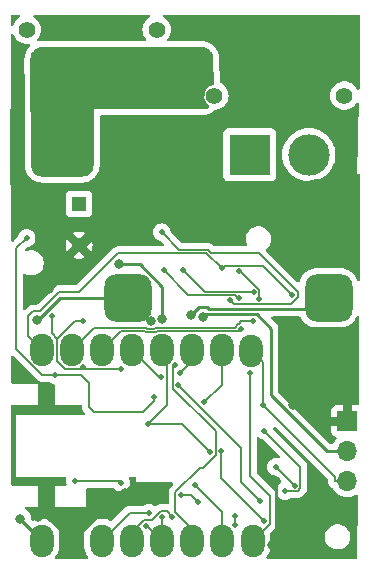
<source format=gbr>
%TF.GenerationSoftware,KiCad,Pcbnew,8.0.4*%
%TF.CreationDate,2025-02-11T21:16:31-05:00*%
%TF.ProjectId,DC_ESP32_Motor_Board_CAN,44435f45-5350-4333-925f-4d6f746f725f,rev?*%
%TF.SameCoordinates,Original*%
%TF.FileFunction,Copper,L2,Bot*%
%TF.FilePolarity,Positive*%
%FSLAX46Y46*%
G04 Gerber Fmt 4.6, Leading zero omitted, Abs format (unit mm)*
G04 Created by KiCad (PCBNEW 8.0.4) date 2025-02-11 21:16:31*
%MOMM*%
%LPD*%
G01*
G04 APERTURE LIST*
G04 Aperture macros list*
%AMRoundRect*
0 Rectangle with rounded corners*
0 $1 Rounding radius*
0 $2 $3 $4 $5 $6 $7 $8 $9 X,Y pos of 4 corners*
0 Add a 4 corners polygon primitive as box body*
4,1,4,$2,$3,$4,$5,$6,$7,$8,$9,$2,$3,0*
0 Add four circle primitives for the rounded corners*
1,1,$1+$1,$2,$3*
1,1,$1+$1,$4,$5*
1,1,$1+$1,$6,$7*
1,1,$1+$1,$8,$9*
0 Add four rect primitives between the rounded corners*
20,1,$1+$1,$2,$3,$4,$5,0*
20,1,$1+$1,$4,$5,$6,$7,0*
20,1,$1+$1,$6,$7,$8,$9,0*
20,1,$1+$1,$8,$9,$2,$3,0*%
G04 Aperture macros list end*
%TA.AperFunction,ComponentPad*%
%ADD10C,1.400000*%
%TD*%
%TA.AperFunction,ComponentPad*%
%ADD11R,3.500000X3.500000*%
%TD*%
%TA.AperFunction,ComponentPad*%
%ADD12C,3.500000*%
%TD*%
%TA.AperFunction,ComponentPad*%
%ADD13R,1.275000X1.275000*%
%TD*%
%TA.AperFunction,ComponentPad*%
%ADD14C,1.275000*%
%TD*%
%TA.AperFunction,ComponentPad*%
%ADD15R,1.700000X1.700000*%
%TD*%
%TA.AperFunction,ComponentPad*%
%ADD16O,1.700000X1.700000*%
%TD*%
%TA.AperFunction,ComponentPad*%
%ADD17C,3.600000*%
%TD*%
%TA.AperFunction,SMDPad,CuDef*%
%ADD18RoundRect,1.000000X1.000000X1.000000X-1.000000X1.000000X-1.000000X-1.000000X1.000000X-1.000000X0*%
%TD*%
%TA.AperFunction,SMDPad,CuDef*%
%ADD19RoundRect,1.000000X-0.000010X0.375000X-0.000010X-0.375000X0.000010X-0.375000X0.000010X0.375000X0*%
%TD*%
%TA.AperFunction,ViaPad*%
%ADD20C,0.500000*%
%TD*%
%TA.AperFunction,ViaPad*%
%ADD21C,0.800000*%
%TD*%
%TA.AperFunction,Conductor*%
%ADD22C,0.250000*%
%TD*%
%TA.AperFunction,Conductor*%
%ADD23C,0.150000*%
%TD*%
G04 APERTURE END LIST*
D10*
%TO.P,J4,*%
%TO.N,*%
X78916000Y-55626000D03*
X89916000Y-55626000D03*
D11*
%TO.P,J4,1,1*%
%TO.N,GND*%
X86916000Y-65626000D03*
D12*
%TO.P,J4,2,2*%
%TO.N,+24V*%
X81916000Y-65626000D03*
%TD*%
D13*
%TO.P,C1,1,+*%
%TO.N,+24V*%
X83337400Y-70383400D03*
D14*
%TO.P,C1,2,-*%
%TO.N,GND*%
X83337401Y-73883400D03*
%TD*%
D15*
%TO.P,J8,1,Pin_1*%
%TO.N,GND*%
X106045000Y-88773000D03*
D16*
%TO.P,J8,2,Pin_2*%
%TO.N,+5V*%
X106045000Y-91313000D03*
%TO.P,J8,3,Pin_3*%
%TO.N,GPIO_2*%
X106045000Y-93852999D03*
%TD*%
D17*
%TO.P,J7,1,1*%
%TO.N,GND*%
X92332600Y-65474400D03*
%TO.P,J7,2,2*%
%TO.N,+24V*%
X92332600Y-60474400D03*
%TD*%
D10*
%TO.P,J3,*%
%TO.N,*%
X94791000Y-61214000D03*
X105791000Y-61214000D03*
D11*
%TO.P,J3,1,1*%
%TO.N,/OUTA*%
X97791000Y-66214000D03*
D12*
%TO.P,J3,2,2*%
%TO.N,/OUTB*%
X102791000Y-66214000D03*
%TD*%
D18*
%TO.P,VR1,1,Out-*%
%TO.N,GND*%
X87579200Y-70332600D03*
%TO.P,VR1,2,Out+*%
%TO.N,+5V*%
X87452200Y-78333600D03*
%TO.P,VR1,3,In+*%
%TO.N,Net-(D2-K)*%
X104470200Y-78333600D03*
%TO.P,VR1,4,In-*%
%TO.N,GND*%
X104343200Y-70332600D03*
%TD*%
D19*
%TO.P,U1,1,A5_GPIO5_MISO*%
%TO.N,RSENSE*%
X80176401Y-82738900D03*
%TO.P,U1,2,GPIO6_MOSI*%
%TO.N,SEL*%
X82716400Y-82738901D03*
%TO.P,U1,3,GPIO7_SS*%
%TO.N,PWM*%
X85256401Y-82738900D03*
%TO.P,U1,4,GPIO8_SDA*%
%TO.N,SDA*%
X87796401Y-82738899D03*
%TO.P,U1,5,GPIO9_SCL*%
%TO.N,SCL*%
X90336400Y-82738900D03*
%TO.P,U1,6,GPIO10*%
%TO.N,INA*%
X92876400Y-82738901D03*
%TO.P,U1,7,GPIO20_RX*%
%TO.N,GPIO_1*%
X95416398Y-82738899D03*
%TO.P,U1,8,GPIO21_TX*%
%TO.N,GPIO_2*%
X97915400Y-82792900D03*
%TO.P,U1,9,A0_GPIO0*%
%TO.N,INB*%
X98042400Y-98921900D03*
%TO.P,U1,10,A1_GPIO1*%
%TO.N,CANTX*%
X95416401Y-98903901D03*
%TO.P,U1,11,A2_GPIO2*%
%TO.N,CANRX*%
X92876400Y-98903900D03*
%TO.P,U1,12,A3_GPIO3*%
%TO.N,GPIO_A*%
X90336402Y-98903900D03*
%TO.P,U1,13,A4_GPIO4*%
%TO.N,DipV*%
X87796398Y-98903900D03*
%TO.P,U1,14,3.3V*%
%TO.N,+3.3V*%
X85256400Y-98903900D03*
%TO.P,U1,15,GND*%
%TO.N,GND*%
X82716404Y-98903901D03*
%TO.P,U1,16,5V*%
%TO.N,+5V*%
X80176400Y-98903902D03*
%TD*%
D20*
%TO.N,GND*%
X83566000Y-76073000D03*
X77851000Y-68199000D03*
X106248200Y-74295000D03*
X80391000Y-73279000D03*
X81280000Y-74041000D03*
D21*
X87215700Y-94842900D03*
X99647912Y-99274000D03*
D20*
X82423000Y-76835000D03*
D21*
X79839800Y-96844400D03*
D20*
X81788000Y-75946000D03*
D21*
X80831300Y-77595700D03*
D20*
X81788000Y-76581000D03*
D21*
X100029000Y-93839000D03*
D20*
X83058000Y-76581000D03*
X104089200Y-96951800D03*
X81153000Y-73406000D03*
X81534000Y-75311000D03*
D21*
X100590700Y-82675500D03*
D20*
X84074000Y-75692000D03*
X104267000Y-95377000D03*
X101219000Y-96393000D03*
X81407000Y-74676000D03*
X106248200Y-73177400D03*
X106248200Y-72567800D03*
X105537000Y-95631000D03*
D21*
X106052500Y-82124600D03*
D20*
X106248200Y-73736200D03*
D21*
X101485200Y-87402000D03*
D20*
%TO.N,Net-(IC1-INA)*%
X90339400Y-72780500D03*
X96104600Y-78549100D03*
D21*
%TO.N,+24V*%
X90390000Y-80137000D03*
X86722253Y-75466053D03*
D20*
%TO.N,Net-(IC1-INB)*%
X96862800Y-78384200D03*
X90495400Y-75993900D03*
%TO.N,Net-(IC1-PWM)*%
X98112100Y-77860800D03*
X92151200Y-75992300D03*
D21*
%TO.N,+5V*%
X93853000Y-79958000D03*
X89400896Y-80314000D03*
X78350300Y-97023600D03*
X79756000Y-80195200D03*
D20*
%TO.N,Net-(IC1-SEL0)*%
X98594000Y-78407100D03*
X96862800Y-76058500D03*
%TO.N,RSENSE*%
X101398200Y-78052900D03*
X95422000Y-75844100D03*
%TO.N,CANH*%
X81026000Y-79883000D03*
X83700300Y-80324100D03*
X86855300Y-84323000D03*
X83715200Y-84226800D03*
%TO.N,CANL*%
X78898100Y-73247400D03*
X81287000Y-84848800D03*
X89728500Y-86753300D03*
%TO.N,CANTX*%
X93139800Y-94215700D03*
%TO.N,+3.3V*%
X89233838Y-96513000D03*
%TO.N,CANRX*%
X91474400Y-84019400D03*
%TO.N,DipV*%
X91252700Y-96880900D03*
X100787700Y-94676300D03*
X96528300Y-96774800D03*
X96508900Y-97577700D03*
X99039700Y-89563300D03*
%TO.N,INA*%
X91876700Y-84695200D03*
%TO.N,INB*%
X97790200Y-84697900D03*
%TO.N,PWM*%
X97025700Y-81003800D03*
%TO.N,SEL*%
X98089700Y-80325800D03*
%TO.N,Net-(R11-Pad1)*%
X100032300Y-92623300D03*
X101613200Y-94223800D03*
%TO.N,GPIO_1*%
X93428800Y-95645100D03*
X91963900Y-95019500D03*
X93940300Y-87145600D03*
%TO.N,GPIO_A*%
X90355882Y-96919200D03*
X89027000Y-97663000D03*
%TO.N,SDA*%
X91742900Y-85742200D03*
X98698100Y-95531400D03*
X90289100Y-85041700D03*
%TO.N,SCL*%
X95365800Y-91331700D03*
X89162300Y-88992400D03*
X94462300Y-91391800D03*
X98991600Y-97199700D03*
%TO.N,GPIO_2*%
X98910200Y-87402000D03*
%TO.N,/SDA5*%
X82995600Y-93841900D03*
X86879400Y-93966300D03*
D21*
%TO.N,Net-(D2-K)*%
X92817057Y-79763057D03*
%TD*%
D22*
%TO.N,GND*%
X81534000Y-75686800D02*
X81788000Y-75946000D01*
X105501600Y-82675500D02*
X100590700Y-82675500D01*
X80831300Y-76389500D02*
X80831300Y-77595700D01*
X83824800Y-73883400D02*
X83337400Y-73883400D01*
X86777400Y-94842900D02*
X82716400Y-98903900D01*
X106045000Y-88773000D02*
X102856200Y-88773000D01*
X87375600Y-66085600D02*
X86916000Y-65626000D01*
X106052500Y-82124600D02*
X105501600Y-82675500D01*
X80656900Y-96844400D02*
X82716400Y-98903900D01*
X87215700Y-94842900D02*
X86777400Y-94842900D01*
X81534000Y-75311000D02*
X81534000Y-75686800D01*
X91721400Y-66085600D02*
X87375600Y-66085600D01*
X104343200Y-68793700D02*
X104343200Y-70332600D01*
X102856200Y-88773000D02*
X101485200Y-87402000D01*
X81788000Y-75946000D02*
X80831300Y-76389500D01*
X87579200Y-68412700D02*
X87579200Y-70332600D01*
X87375600Y-70332600D02*
X87375600Y-66085600D01*
X104693700Y-68443200D02*
X104343200Y-68793700D01*
X87375600Y-70332600D02*
X83824800Y-73883400D01*
X83337400Y-73883400D02*
X81909800Y-75311000D01*
X92332600Y-65474400D02*
X91721400Y-66085600D01*
X81909800Y-75311000D02*
X81534000Y-75311000D01*
X79839800Y-96844400D02*
X80656900Y-96844400D01*
X100029000Y-93839000D02*
X100029000Y-98892912D01*
X100029000Y-98892912D02*
X99647912Y-99274000D01*
D23*
%TO.N,Net-(IC1-INA)*%
X98583100Y-74528000D02*
X94494809Y-74528000D01*
X101311800Y-78867500D02*
X101895900Y-78283400D01*
X101895900Y-78283400D02*
X101895900Y-77840800D01*
X96423000Y-78867500D02*
X98382648Y-78867500D01*
X98382648Y-78867500D02*
X98397248Y-78882100D01*
X98397248Y-78882100D02*
X98790752Y-78882100D01*
X96104600Y-78549100D02*
X96423000Y-78867500D01*
X94240809Y-74274000D02*
X91832900Y-74274000D01*
X98790752Y-78882100D02*
X98805352Y-78867500D01*
X94494809Y-74528000D02*
X94240809Y-74274000D01*
X91832900Y-74274000D02*
X90339400Y-72780500D01*
X101895900Y-77840800D02*
X98583100Y-74528000D01*
X98805352Y-78867500D02*
X101311800Y-78867500D01*
D22*
%TO.N,+24V*%
X90390000Y-77390274D02*
X88465779Y-75466053D01*
X90390000Y-80137000D02*
X90390000Y-77390274D01*
X88465779Y-75466053D02*
X86722253Y-75466053D01*
D23*
%TO.N,Net-(IC1-INB)*%
X92598900Y-78097400D02*
X90495400Y-75993900D01*
X96862800Y-78384200D02*
X96576000Y-78097400D01*
X96576000Y-78097400D02*
X92598900Y-78097400D01*
%TO.N,Net-(IC1-PWM)*%
X98072000Y-77820700D02*
X98112100Y-77860800D01*
X93979600Y-77820700D02*
X98072000Y-77820700D01*
X92151200Y-75992300D02*
X93979600Y-77820700D01*
D22*
%TO.N,+5V*%
X93853000Y-79958000D02*
X94073200Y-79737800D01*
X98385500Y-79737800D02*
X99596300Y-80948600D01*
X99596300Y-86588200D02*
X104321100Y-91313000D01*
X89400896Y-80282296D02*
X87452200Y-78333600D01*
X87452200Y-78333600D02*
X81734781Y-78333600D01*
X99596300Y-80948600D02*
X99596300Y-86588200D01*
X80176400Y-98903900D02*
X78350300Y-97077800D01*
X89400896Y-80314000D02*
X89400896Y-80282296D01*
X81734781Y-78333600D02*
X79873181Y-80195200D01*
X94073200Y-79737800D02*
X98385500Y-79737800D01*
X104321100Y-91313000D02*
X106045000Y-91313000D01*
X78350300Y-97077800D02*
X78350300Y-97023600D01*
X79873181Y-80195200D02*
X79756000Y-80195200D01*
D23*
%TO.N,Net-(IC1-SEL0)*%
X96862800Y-76058500D02*
X96971000Y-76058500D01*
X98594000Y-77681500D02*
X98594000Y-78407100D01*
X96971000Y-76058500D02*
X98594000Y-77681500D01*
%TO.N,RSENSE*%
X101398200Y-78052900D02*
X98952100Y-75606800D01*
X95659300Y-75606800D02*
X95422000Y-75844100D01*
X98952100Y-75606800D02*
X95659300Y-75606800D01*
X80176400Y-82738900D02*
X79031000Y-81593500D01*
X79031000Y-81593500D02*
X79031000Y-79894895D01*
X86614000Y-74549000D02*
X94126900Y-74549000D01*
X94126900Y-74549000D02*
X95422000Y-75844100D01*
X83312000Y-77851000D02*
X86614000Y-74549000D01*
X79031000Y-79894895D02*
X79455695Y-79470200D01*
X79455695Y-79470200D02*
X80032495Y-79470200D01*
X81651695Y-77851000D02*
X83312000Y-77851000D01*
X80032495Y-79470200D02*
X81651695Y-77851000D01*
%TO.N,CANH*%
X81510900Y-83675600D02*
X82158300Y-84323000D01*
X83016800Y-80324100D02*
X81510900Y-81830000D01*
X81026000Y-81345100D02*
X81026000Y-79883000D01*
X83715200Y-84323000D02*
X86855300Y-84323000D01*
X82158300Y-84323000D02*
X83715200Y-84323000D01*
X81510900Y-81830000D02*
X81026000Y-81345100D01*
X83700300Y-80324100D02*
X83016800Y-80324100D01*
X83715200Y-84323000D02*
X83715200Y-84226800D01*
X81510900Y-81830000D02*
X81510900Y-83675600D01*
%TO.N,CANL*%
X83496400Y-84848800D02*
X84147100Y-85499500D01*
X78898100Y-73247400D02*
X78032900Y-74112600D01*
X81287000Y-84848800D02*
X83496400Y-84848800D01*
X84618000Y-88011100D02*
X88765400Y-88011100D01*
X88765400Y-88011100D02*
X89728500Y-87048000D01*
X78032900Y-74112600D02*
X78032900Y-82688400D01*
X78032900Y-82688400D02*
X80193300Y-84848800D01*
X84147100Y-87540200D02*
X84618000Y-88011100D01*
X89728500Y-87048000D02*
X89728500Y-86753300D01*
X80193300Y-84848800D02*
X81287000Y-84848800D01*
X84147100Y-85499500D02*
X84147100Y-87540200D01*
%TO.N,CANTX*%
X95416400Y-96492300D02*
X95416400Y-98903900D01*
X93139800Y-94215700D02*
X95416400Y-96492300D01*
%TO.N,+3.3V*%
X85256400Y-98903900D02*
X87647300Y-96513000D01*
X87647300Y-96513000D02*
X89233838Y-96513000D01*
%TO.N,CANRX*%
X94914100Y-89630600D02*
X91291200Y-86007700D01*
X91291200Y-84202600D02*
X91474400Y-84019400D01*
X92876400Y-98903900D02*
X92876400Y-97865700D01*
X91495500Y-96484800D02*
X91495500Y-94782900D01*
X91291200Y-86007700D02*
X91291200Y-84202600D01*
X93564900Y-92713500D02*
X93839500Y-92713500D01*
X93839500Y-92713500D02*
X94914100Y-91638900D01*
X91495500Y-94782900D02*
X93564900Y-92713500D01*
X92876400Y-97865700D02*
X91495500Y-96484800D01*
X94914100Y-91638900D02*
X94914100Y-89630600D01*
%TO.N,DipV*%
X90766000Y-96394200D02*
X91252700Y-96880900D01*
X102090400Y-94465700D02*
X102090400Y-92614000D01*
X89498860Y-97138000D02*
X90242660Y-96394200D01*
X87796400Y-98903900D02*
X87796400Y-98151137D01*
X101879800Y-94676300D02*
X102090400Y-94465700D01*
X96508900Y-97577700D02*
X96528300Y-97558300D01*
X87796400Y-98151137D02*
X88809537Y-97138000D01*
X88809537Y-97138000D02*
X89498860Y-97138000D01*
X90242660Y-96394200D02*
X90766000Y-96394200D01*
X100787700Y-94676300D02*
X101879800Y-94676300D01*
X96528300Y-97558300D02*
X96528300Y-96774800D01*
X102090400Y-92614000D02*
X99039700Y-89563300D01*
%TO.N,INA*%
X91876700Y-84695200D02*
X92876400Y-83695500D01*
X92876400Y-83695500D02*
X92876400Y-82738900D01*
%TO.N,INB*%
X99466600Y-95074900D02*
X99466600Y-97497700D01*
X97790200Y-93398500D02*
X99466600Y-95074900D01*
X97790200Y-84697900D02*
X97790200Y-93398500D01*
X99466600Y-97497700D02*
X98042400Y-98921900D01*
%TO.N,PWM*%
X88857587Y-81127800D02*
X88993786Y-81264000D01*
X86867500Y-81127800D02*
X88857587Y-81127800D01*
X96901700Y-81127800D02*
X97025700Y-81003800D01*
X88993786Y-81264000D02*
X89822214Y-81264000D01*
X89958414Y-81127800D02*
X96901700Y-81127800D01*
X85256400Y-82738900D02*
X86867500Y-81127800D01*
X89822214Y-81264000D02*
X89958414Y-81127800D01*
%TO.N,SEL*%
X98089700Y-80325800D02*
X97065000Y-80325800D01*
X89846205Y-80851100D02*
X89708305Y-80989000D01*
X96506648Y-80851100D02*
X89846205Y-80851100D01*
X89107695Y-80989000D02*
X88969795Y-80851100D01*
X96828948Y-80528800D02*
X96506648Y-80851100D01*
X96862000Y-80528800D02*
X96828948Y-80528800D01*
X88969795Y-80851100D02*
X84604200Y-80851100D01*
X84604200Y-80851100D02*
X82716400Y-82738900D01*
X89708305Y-80989000D02*
X89107695Y-80989000D01*
X97065000Y-80325800D02*
X96862000Y-80528800D01*
%TO.N,Net-(R11-Pad1)*%
X100032300Y-92642900D02*
X100032300Y-92623300D01*
X101613200Y-94223800D02*
X100032300Y-92642900D01*
%TO.N,GPIO_1*%
X95416400Y-82738900D02*
X95416400Y-85669500D01*
X95416400Y-85669500D02*
X93940300Y-87145600D01*
X93428800Y-95645100D02*
X92803200Y-95019500D01*
X92803200Y-95019500D02*
X91963900Y-95019500D01*
%TO.N,GPIO_A*%
X90336400Y-98903900D02*
X90336400Y-96938682D01*
X90336402Y-98903900D02*
X89095502Y-97663000D01*
X90336400Y-96938682D02*
X90355882Y-96919200D01*
X89095502Y-97663000D02*
X89027000Y-97663000D01*
%TO.N,SDA*%
X87796400Y-82738900D02*
X90099200Y-85041700D01*
X90099200Y-85041700D02*
X90289100Y-85041700D01*
X97059500Y-93892800D02*
X98698100Y-95531400D01*
X91742900Y-85742200D02*
X97059500Y-91058800D01*
X97059500Y-91058800D02*
X97059500Y-93892800D01*
%TO.N,SCL*%
X89162300Y-88992400D02*
X92062900Y-88992400D01*
X89162300Y-88992400D02*
X90779000Y-87375700D01*
X90779000Y-83181500D02*
X90336400Y-82738900D01*
X92062900Y-88992400D02*
X94462300Y-91391800D01*
X95365800Y-91331700D02*
X95365800Y-93573900D01*
X90779000Y-87375700D02*
X90779000Y-83181500D01*
X95365800Y-93573900D02*
X98991600Y-97199700D01*
%TO.N,GPIO_2*%
X104993300Y-93485100D02*
X98910200Y-87402000D01*
X104993300Y-93853000D02*
X104993300Y-93485100D01*
X106045000Y-93853000D02*
X104993300Y-93853000D01*
X98910200Y-83787700D02*
X98910200Y-87402000D01*
X97915400Y-82792900D02*
X98910200Y-83787700D01*
%TO.N,/SDA5*%
X82995600Y-93841900D02*
X86755000Y-93841900D01*
X86755000Y-93841900D02*
X86879400Y-93966300D01*
D22*
%TO.N,Net-(D2-K)*%
X92817057Y-79763057D02*
X93508222Y-79071892D01*
X94156108Y-79071892D02*
X94366316Y-79282100D01*
X93508222Y-79071892D02*
X94156108Y-79071892D01*
X94366316Y-79282100D02*
X103521700Y-79282100D01*
X103521700Y-79282100D02*
X104470200Y-78333600D01*
%TD*%
%TA.AperFunction,Conductor*%
%TO.N,GND*%
G36*
X107105639Y-54375685D02*
G01*
X107151394Y-54428489D01*
X107162600Y-54480000D01*
X107162600Y-57954686D01*
X107162551Y-57958184D01*
X107087953Y-60601730D01*
X107066385Y-60668187D01*
X107012311Y-60712435D01*
X106942900Y-60720423D01*
X106880188Y-60689617D01*
X106853002Y-60653503D01*
X106816063Y-60579320D01*
X106816056Y-60579308D01*
X106681979Y-60401761D01*
X106517562Y-60251876D01*
X106517560Y-60251874D01*
X106328404Y-60134754D01*
X106328398Y-60134752D01*
X106328388Y-60134748D01*
X106120940Y-60054382D01*
X105902243Y-60013500D01*
X105679757Y-60013500D01*
X105461060Y-60054382D01*
X105345472Y-60099161D01*
X105253601Y-60134752D01*
X105253595Y-60134754D01*
X105064439Y-60251874D01*
X105064437Y-60251876D01*
X104900020Y-60401761D01*
X104765943Y-60579308D01*
X104765938Y-60579316D01*
X104666775Y-60778461D01*
X104666769Y-60778476D01*
X104605885Y-60992462D01*
X104605884Y-60992464D01*
X104585357Y-61213999D01*
X104585357Y-61214000D01*
X104605884Y-61435535D01*
X104605885Y-61435537D01*
X104666769Y-61649523D01*
X104666775Y-61649538D01*
X104765938Y-61848683D01*
X104765943Y-61848691D01*
X104900020Y-62026238D01*
X105064437Y-62176123D01*
X105064439Y-62176125D01*
X105253595Y-62293245D01*
X105253596Y-62293245D01*
X105253599Y-62293247D01*
X105461060Y-62373618D01*
X105679757Y-62414500D01*
X105679759Y-62414500D01*
X105902241Y-62414500D01*
X105902243Y-62414500D01*
X106120940Y-62373618D01*
X106328401Y-62293247D01*
X106517562Y-62176124D01*
X106681981Y-62026236D01*
X106816058Y-61848689D01*
X106816155Y-61848493D01*
X106816226Y-61848417D01*
X106819077Y-61843813D01*
X106819976Y-61844370D01*
X106863649Y-61797252D01*
X106931309Y-61779820D01*
X106997653Y-61801736D01*
X107041616Y-61856041D01*
X107051113Y-61907249D01*
X106989055Y-64106452D01*
X106857800Y-68757800D01*
X77596266Y-68783134D01*
X77596265Y-68783134D01*
X77596266Y-68783133D01*
X77559904Y-68746774D01*
X77561871Y-68744805D01*
X77532264Y-68710690D01*
X77521018Y-68658877D01*
X77543170Y-56076492D01*
X77562973Y-56009491D01*
X77615857Y-55963829D01*
X77685033Y-55954007D01*
X77748538Y-55983144D01*
X77786208Y-56041989D01*
X77786435Y-56042776D01*
X77791769Y-56061522D01*
X77791775Y-56061538D01*
X77890938Y-56260683D01*
X77890943Y-56260691D01*
X78025020Y-56438238D01*
X78189437Y-56588123D01*
X78189439Y-56588125D01*
X78378595Y-56705245D01*
X78378596Y-56705245D01*
X78378599Y-56705247D01*
X78586060Y-56785618D01*
X78804757Y-56826500D01*
X78804759Y-56826500D01*
X79027242Y-56826500D01*
X79027243Y-56826500D01*
X79041619Y-56823812D01*
X79055436Y-56821230D01*
X79124951Y-56828260D01*
X79179630Y-56871757D01*
X79202113Y-56937911D01*
X79185261Y-57005718D01*
X79166007Y-57030694D01*
X79158735Y-57037983D01*
X79151380Y-57045355D01*
X79118080Y-57082189D01*
X79118079Y-57082191D01*
X79009227Y-57215180D01*
X79009197Y-57215218D01*
X78979674Y-57255139D01*
X78979664Y-57255153D01*
X78979664Y-57255154D01*
X78966174Y-57275408D01*
X78966168Y-57275417D01*
X78966164Y-57275424D01*
X78966147Y-57275450D01*
X78940713Y-57318034D01*
X78859927Y-57469751D01*
X78838764Y-57514691D01*
X78829499Y-57537170D01*
X78829488Y-57537198D01*
X78812850Y-57583967D01*
X78812843Y-57583988D01*
X78763259Y-57748553D01*
X78763257Y-57748562D01*
X78751279Y-57796782D01*
X78751275Y-57796799D01*
X78751275Y-57796802D01*
X78746584Y-57820632D01*
X78746583Y-57820639D01*
X78739393Y-57869819D01*
X78739393Y-57869820D01*
X78723017Y-58039880D01*
X78723017Y-58039884D01*
X78722334Y-58046967D01*
X78721506Y-58058535D01*
X78720560Y-58071748D01*
X78720068Y-58082219D01*
X78719988Y-58083938D01*
X78719435Y-58108756D01*
X78719435Y-58108776D01*
X78719435Y-58108779D01*
X78725409Y-60689617D01*
X78740177Y-67069443D01*
X78740844Y-67094244D01*
X78741468Y-67106349D01*
X78743342Y-67131000D01*
X78760920Y-67305583D01*
X78760921Y-67305587D01*
X78761122Y-67307593D01*
X78768489Y-67356547D01*
X78773273Y-67380350D01*
X78773275Y-67380358D01*
X78785403Y-67428380D01*
X78834779Y-67590058D01*
X78834778Y-67590058D01*
X78834782Y-67590069D01*
X78835463Y-67592301D01*
X78852225Y-67638875D01*
X78860560Y-67658902D01*
X78861553Y-67661286D01*
X78881724Y-67703752D01*
X78882803Y-67706022D01*
X78882809Y-67706034D01*
X78963813Y-67857006D01*
X78963829Y-67857033D01*
X78989340Y-67899451D01*
X78989354Y-67899472D01*
X79002855Y-67919617D01*
X79002861Y-67919625D01*
X79032431Y-67959382D01*
X79140207Y-68090359D01*
X79141329Y-68091722D01*
X79174610Y-68128352D01*
X79174628Y-68128371D01*
X79190583Y-68144288D01*
X79191809Y-68145511D01*
X79228546Y-68178734D01*
X79361119Y-68287309D01*
X79374170Y-68296969D01*
X79400918Y-68316768D01*
X79400976Y-68316809D01*
X79417106Y-68327565D01*
X79421139Y-68330254D01*
X79463633Y-68355677D01*
X79614809Y-68436342D01*
X79659595Y-68457489D01*
X79682025Y-68466765D01*
X79728679Y-68483432D01*
X79728690Y-68483435D01*
X79728706Y-68483441D01*
X79892656Y-68533097D01*
X79892710Y-68533112D01*
X79940710Y-68545117D01*
X79940715Y-68545118D01*
X79940723Y-68545120D01*
X79964531Y-68549849D01*
X80013540Y-68557108D01*
X80190163Y-68574478D01*
X80214884Y-68576299D01*
X80214900Y-68576299D01*
X80214903Y-68576300D01*
X80216825Y-68576394D01*
X80227020Y-68576894D01*
X80251774Y-68577500D01*
X80251777Y-68577500D01*
X83575890Y-68577500D01*
X83575907Y-68577500D01*
X83600707Y-68576891D01*
X83612861Y-68576294D01*
X83637610Y-68574469D01*
X83814483Y-68557048D01*
X83863547Y-68549770D01*
X83887388Y-68545028D01*
X83935513Y-68532974D01*
X84099736Y-68483158D01*
X84146455Y-68466441D01*
X84168913Y-68457138D01*
X84213747Y-68435932D01*
X84365089Y-68355038D01*
X84407635Y-68329537D01*
X84427847Y-68316032D01*
X84467696Y-68286479D01*
X84600352Y-68177611D01*
X84637108Y-68144296D01*
X84637109Y-68144295D01*
X84637117Y-68144288D01*
X84654288Y-68127117D01*
X84654295Y-68127109D01*
X84686369Y-68091722D01*
X84687611Y-68090352D01*
X84796479Y-67957696D01*
X84826032Y-67917847D01*
X84839537Y-67897635D01*
X84865038Y-67855089D01*
X84945932Y-67703747D01*
X84967138Y-67658913D01*
X84976441Y-67636455D01*
X84993158Y-67589736D01*
X85042974Y-67425513D01*
X85055028Y-67377388D01*
X85059770Y-67353547D01*
X85067048Y-67304483D01*
X85084469Y-67127610D01*
X85086294Y-67102861D01*
X85086891Y-67090707D01*
X85087500Y-67065907D01*
X85087500Y-64416135D01*
X95540500Y-64416135D01*
X95540500Y-68011870D01*
X95540501Y-68011876D01*
X95546908Y-68071483D01*
X95597202Y-68206328D01*
X95597206Y-68206335D01*
X95683452Y-68321544D01*
X95683455Y-68321547D01*
X95798664Y-68407793D01*
X95798671Y-68407797D01*
X95933517Y-68458091D01*
X95933516Y-68458091D01*
X95940444Y-68458835D01*
X95993127Y-68464500D01*
X99588872Y-68464499D01*
X99648483Y-68458091D01*
X99783331Y-68407796D01*
X99898546Y-68321546D01*
X99984796Y-68206331D01*
X100035091Y-68071483D01*
X100041500Y-68011873D01*
X100041499Y-66213992D01*
X100535671Y-66213992D01*
X100535671Y-66214007D01*
X100554964Y-66508363D01*
X100554965Y-66508373D01*
X100554966Y-66508380D01*
X100554968Y-66508390D01*
X100612518Y-66797716D01*
X100612521Y-66797730D01*
X100707349Y-67077080D01*
X100837825Y-67341660D01*
X100837829Y-67341667D01*
X101001725Y-67586955D01*
X101196241Y-67808758D01*
X101418044Y-68003274D01*
X101605237Y-68128352D01*
X101663335Y-68167172D01*
X101927923Y-68297652D01*
X102207278Y-68392481D01*
X102496620Y-68450034D01*
X102524888Y-68451886D01*
X102790993Y-68469329D01*
X102791000Y-68469329D01*
X102791007Y-68469329D01*
X103026675Y-68453881D01*
X103085380Y-68450034D01*
X103374722Y-68392481D01*
X103654077Y-68297652D01*
X103918665Y-68167172D01*
X104163957Y-68003273D01*
X104385758Y-67808758D01*
X104580273Y-67586957D01*
X104744172Y-67341665D01*
X104874652Y-67077077D01*
X104969481Y-66797722D01*
X105027034Y-66508380D01*
X105046329Y-66214000D01*
X105046329Y-66213992D01*
X105027035Y-65919636D01*
X105027034Y-65919620D01*
X104969481Y-65630278D01*
X104874652Y-65350923D01*
X104744172Y-65086336D01*
X104580273Y-64841043D01*
X104537655Y-64792447D01*
X104385758Y-64619241D01*
X104163955Y-64424725D01*
X103918667Y-64260829D01*
X103918660Y-64260825D01*
X103654080Y-64130349D01*
X103374730Y-64035521D01*
X103374724Y-64035519D01*
X103374722Y-64035519D01*
X103085380Y-63977966D01*
X103085373Y-63977965D01*
X103085363Y-63977964D01*
X102791007Y-63958671D01*
X102790993Y-63958671D01*
X102496636Y-63977964D01*
X102496624Y-63977965D01*
X102496620Y-63977966D01*
X102496612Y-63977967D01*
X102496609Y-63977968D01*
X102207283Y-64035518D01*
X102207269Y-64035521D01*
X101927919Y-64130349D01*
X101663334Y-64260828D01*
X101418041Y-64424728D01*
X101196241Y-64619241D01*
X101001728Y-64841041D01*
X100837828Y-65086334D01*
X100707349Y-65350919D01*
X100612521Y-65630269D01*
X100612518Y-65630283D01*
X100554968Y-65919609D01*
X100554964Y-65919636D01*
X100535671Y-66213992D01*
X100041499Y-66213992D01*
X100041499Y-64416128D01*
X100035091Y-64356517D01*
X99999401Y-64260828D01*
X99984797Y-64221671D01*
X99984793Y-64221664D01*
X99898547Y-64106455D01*
X99898544Y-64106452D01*
X99783335Y-64020206D01*
X99783328Y-64020202D01*
X99648482Y-63969908D01*
X99648483Y-63969908D01*
X99588883Y-63963501D01*
X99588881Y-63963500D01*
X99588873Y-63963500D01*
X99588864Y-63963500D01*
X95993129Y-63963500D01*
X95993123Y-63963501D01*
X95933516Y-63969908D01*
X95798671Y-64020202D01*
X95798664Y-64020206D01*
X95683455Y-64106452D01*
X95683452Y-64106455D01*
X95597206Y-64221664D01*
X95597202Y-64221671D01*
X95546908Y-64356517D01*
X95540501Y-64416116D01*
X95540501Y-64416123D01*
X95540500Y-64416135D01*
X85087500Y-64416135D01*
X85087500Y-63011900D01*
X85107185Y-62944861D01*
X85159989Y-62899106D01*
X85211500Y-62887900D01*
X93731091Y-62887900D01*
X93748993Y-62887458D01*
X93755963Y-62887287D01*
X93768154Y-62886686D01*
X93792964Y-62884850D01*
X93970368Y-62867323D01*
X94019581Y-62860000D01*
X94043492Y-62855229D01*
X94091754Y-62843102D01*
X94256430Y-62792986D01*
X94256445Y-62792980D01*
X94256456Y-62792977D01*
X94278199Y-62785170D01*
X94303267Y-62776171D01*
X94325782Y-62766813D01*
X94370731Y-62745480D01*
X94522415Y-62664110D01*
X94565045Y-62638463D01*
X94585295Y-62624880D01*
X94625213Y-62595154D01*
X94651250Y-62573694D01*
X94672284Y-62555359D01*
X94682341Y-62546092D01*
X94702308Y-62526650D01*
X94746651Y-62465615D01*
X94801980Y-62422949D01*
X94846970Y-62414500D01*
X94902241Y-62414500D01*
X94902243Y-62414500D01*
X95120940Y-62373618D01*
X95328401Y-62293247D01*
X95517562Y-62176124D01*
X95681981Y-62026236D01*
X95816058Y-61848689D01*
X95915229Y-61649528D01*
X95976115Y-61435536D01*
X95996643Y-61214000D01*
X95976115Y-60992464D01*
X95915229Y-60778472D01*
X95886324Y-60720423D01*
X95816061Y-60579316D01*
X95816056Y-60579308D01*
X95681979Y-60401761D01*
X95517562Y-60251876D01*
X95517560Y-60251874D01*
X95328404Y-60134754D01*
X95328392Y-60134748D01*
X95315324Y-60129686D01*
X95259923Y-60087112D01*
X95236333Y-60021345D01*
X95236120Y-60014685D01*
X95226908Y-58098033D01*
X95226184Y-58073298D01*
X95225532Y-58061183D01*
X95223599Y-58036531D01*
X95205436Y-57860277D01*
X95205434Y-57860264D01*
X95205433Y-57860254D01*
X95197967Y-57811395D01*
X95197965Y-57811381D01*
X95193137Y-57787634D01*
X95183181Y-57748562D01*
X95180930Y-57739727D01*
X95130628Y-57576204D01*
X95130624Y-57576193D01*
X95113788Y-57529689D01*
X95104433Y-57507333D01*
X95104425Y-57507316D01*
X95083136Y-57462704D01*
X95002006Y-57312121D01*
X95002002Y-57312115D01*
X95001990Y-57312092D01*
X94976437Y-57269762D01*
X94962913Y-57249652D01*
X94933332Y-57210002D01*
X94824435Y-57078041D01*
X94824428Y-57078033D01*
X94824422Y-57078026D01*
X94791147Y-57041500D01*
X94773964Y-57024399D01*
X94773963Y-57024398D01*
X94737241Y-56991265D01*
X94671950Y-56937911D01*
X94604776Y-56883018D01*
X94604756Y-56883002D01*
X94564976Y-56853621D01*
X94564977Y-56853621D01*
X94564968Y-56853615D01*
X94544800Y-56840192D01*
X94513046Y-56821230D01*
X94502357Y-56814847D01*
X94502353Y-56814844D01*
X94485987Y-56806128D01*
X94485987Y-56806127D01*
X94391036Y-56755558D01*
X94351331Y-56734412D01*
X94351324Y-56734408D01*
X94351319Y-56734406D01*
X94306582Y-56713321D01*
X94306575Y-56713319D01*
X94304309Y-56712383D01*
X94284198Y-56704082D01*
X94237620Y-56687472D01*
X94237614Y-56687470D01*
X94237608Y-56687468D01*
X94073886Y-56637965D01*
X94073851Y-56637955D01*
X94025881Y-56625976D01*
X94025868Y-56625973D01*
X94002119Y-56621264D01*
X93953196Y-56614029D01*
X93953191Y-56614028D01*
X93953181Y-56614027D01*
X93776830Y-56596712D01*
X93776819Y-56596711D01*
X93776807Y-56596710D01*
X93752150Y-56594896D01*
X93740026Y-56594303D01*
X93715921Y-56593714D01*
X93715318Y-56593700D01*
X93715317Y-56593700D01*
X90938606Y-56593700D01*
X90871567Y-56574015D01*
X90825812Y-56521211D01*
X90815868Y-56452053D01*
X90839652Y-56394974D01*
X90941052Y-56260697D01*
X90941056Y-56260691D01*
X90941058Y-56260689D01*
X91040229Y-56061528D01*
X91101115Y-55847536D01*
X91121643Y-55626000D01*
X91101115Y-55404464D01*
X91040229Y-55190472D01*
X91040224Y-55190461D01*
X90941061Y-54991316D01*
X90941056Y-54991308D01*
X90806979Y-54813761D01*
X90642562Y-54663876D01*
X90642560Y-54663874D01*
X90515862Y-54585427D01*
X90469226Y-54533400D01*
X90458122Y-54464418D01*
X90486075Y-54400383D01*
X90544210Y-54361627D01*
X90581139Y-54356000D01*
X107038600Y-54356000D01*
X107105639Y-54375685D01*
G37*
%TD.AperFunction*%
%TD*%
%TA.AperFunction,NonConductor*%
G36*
X78317900Y-54375685D02*
G01*
X78363655Y-54428489D01*
X78373599Y-54497647D01*
X78344574Y-54561203D01*
X78316138Y-54585427D01*
X78189439Y-54663874D01*
X78189437Y-54663876D01*
X78025020Y-54813761D01*
X77890943Y-54991308D01*
X77890938Y-54991316D01*
X77791775Y-55190461D01*
X77791771Y-55190472D01*
X77788032Y-55203613D01*
X77750750Y-55262704D01*
X77687439Y-55292259D01*
X77618200Y-55282894D01*
X77565015Y-55237582D01*
X77544771Y-55170709D01*
X77544767Y-55169628D01*
X77545982Y-54479781D01*
X77565785Y-54412777D01*
X77618669Y-54367115D01*
X77669982Y-54356000D01*
X78250861Y-54356000D01*
X78317900Y-54375685D01*
G37*
%TD.AperFunction*%
%TA.AperFunction,NonConductor*%
G36*
X89317900Y-54375685D02*
G01*
X89363655Y-54428489D01*
X89373599Y-54497647D01*
X89344574Y-54561203D01*
X89316138Y-54585427D01*
X89189439Y-54663874D01*
X89189437Y-54663876D01*
X89025020Y-54813761D01*
X88890943Y-54991308D01*
X88890938Y-54991316D01*
X88791775Y-55190461D01*
X88791769Y-55190476D01*
X88730885Y-55404462D01*
X88730884Y-55404464D01*
X88710357Y-55625999D01*
X88710357Y-55626000D01*
X88730884Y-55847535D01*
X88730885Y-55847537D01*
X88791769Y-56061523D01*
X88791775Y-56061538D01*
X88890938Y-56260683D01*
X88890947Y-56260697D01*
X88992348Y-56394974D01*
X89017040Y-56460335D01*
X89002475Y-56528669D01*
X88953277Y-56578282D01*
X88893394Y-56593700D01*
X80231016Y-56593700D01*
X80215398Y-56594083D01*
X80206201Y-56594309D01*
X80194012Y-56594908D01*
X80169235Y-56596737D01*
X79992105Y-56614209D01*
X79942966Y-56621509D01*
X79942963Y-56621509D01*
X79939480Y-56622203D01*
X79869888Y-56615980D01*
X79814708Y-56573121D01*
X79791458Y-56507233D01*
X79807521Y-56439235D01*
X79816319Y-56425869D01*
X79941058Y-56260689D01*
X80040229Y-56061528D01*
X80101115Y-55847536D01*
X80121643Y-55626000D01*
X80101115Y-55404464D01*
X80040229Y-55190472D01*
X80040224Y-55190461D01*
X79941061Y-54991316D01*
X79941056Y-54991308D01*
X79806979Y-54813761D01*
X79642562Y-54663876D01*
X79642560Y-54663874D01*
X79515862Y-54585427D01*
X79469226Y-54533400D01*
X79458122Y-54464418D01*
X79486075Y-54400383D01*
X79544210Y-54361627D01*
X79581139Y-54356000D01*
X89250861Y-54356000D01*
X89317900Y-54375685D01*
G37*
%TD.AperFunction*%
%TA.AperFunction,Conductor*%
%TO.N,GND*%
G36*
X77790186Y-83260002D02*
G01*
X77796591Y-83265971D01*
X79732785Y-85202165D01*
X79839935Y-85309315D01*
X79906527Y-85347762D01*
X79919952Y-85355513D01*
X79962644Y-85400287D01*
X79978918Y-85394218D01*
X80019851Y-85398126D01*
X80117534Y-85424300D01*
X80756550Y-85424300D01*
X80822522Y-85443306D01*
X80959310Y-85529256D01*
X81118941Y-85585113D01*
X81168284Y-85590672D01*
X81232696Y-85617737D01*
X81272252Y-85675331D01*
X81278400Y-85713892D01*
X81278400Y-87364899D01*
X83447600Y-87364899D01*
X83514639Y-87384584D01*
X83560394Y-87437388D01*
X83571600Y-87488899D01*
X83571600Y-87615966D01*
X83571778Y-87616631D01*
X83610819Y-87762336D01*
X83641583Y-87815620D01*
X83686585Y-87893565D01*
X83686586Y-87893566D01*
X83686587Y-87893567D01*
X83835238Y-88042218D01*
X83868723Y-88103541D01*
X83863739Y-88173233D01*
X83821867Y-88229166D01*
X83756403Y-88253583D01*
X83747557Y-88253899D01*
X77976401Y-88253900D01*
X77976400Y-88253901D01*
X77976399Y-93460900D01*
X82159036Y-93460900D01*
X82226075Y-93480585D01*
X82271830Y-93533389D01*
X82281774Y-93602547D01*
X82276078Y-93625855D01*
X82259285Y-93673843D01*
X82240351Y-93841897D01*
X82240351Y-93841902D01*
X82259285Y-94009956D01*
X82276078Y-94057945D01*
X82279639Y-94127724D01*
X82244910Y-94188352D01*
X82182917Y-94220579D01*
X82159036Y-94222900D01*
X81278401Y-94222900D01*
X81278401Y-96000899D01*
X81278401Y-96000900D01*
X83945401Y-96000898D01*
X83945400Y-94541399D01*
X83965085Y-94474361D01*
X84017888Y-94428606D01*
X84069400Y-94417400D01*
X86217771Y-94417400D01*
X86284810Y-94437085D01*
X86305452Y-94453719D01*
X86408509Y-94556776D01*
X86408515Y-94556781D01*
X86551702Y-94646752D01*
X86551705Y-94646754D01*
X86551709Y-94646755D01*
X86551710Y-94646756D01*
X86588768Y-94659723D01*
X86711343Y-94702614D01*
X86879397Y-94721549D01*
X86879400Y-94721549D01*
X86879403Y-94721549D01*
X87047456Y-94702614D01*
X87047459Y-94702613D01*
X87207090Y-94646756D01*
X87207092Y-94646754D01*
X87207094Y-94646754D01*
X87207097Y-94646752D01*
X87350284Y-94556781D01*
X87350285Y-94556780D01*
X87350290Y-94556777D01*
X87469877Y-94437190D01*
X87469943Y-94437085D01*
X87559852Y-94293997D01*
X87559854Y-94293994D01*
X87559854Y-94293992D01*
X87559856Y-94293990D01*
X87615713Y-94134359D01*
X87615713Y-94134358D01*
X87615714Y-94134356D01*
X87634649Y-93966302D01*
X87634649Y-93966297D01*
X87615714Y-93798243D01*
X87578416Y-93691652D01*
X87559856Y-93638610D01*
X87559855Y-93638608D01*
X87557556Y-93632038D01*
X87558736Y-93631624D01*
X87548547Y-93569767D01*
X87576266Y-93505631D01*
X87634259Y-93466662D01*
X87671617Y-93460900D01*
X88012402Y-93460900D01*
X88079439Y-93480585D01*
X88125194Y-93533389D01*
X88136400Y-93584900D01*
X88136400Y-93959900D01*
X91205258Y-93959900D01*
X91272297Y-93979585D01*
X91318052Y-94032389D01*
X91327996Y-94101547D01*
X91298971Y-94165103D01*
X91292939Y-94171581D01*
X91034987Y-94429532D01*
X91034985Y-94429535D01*
X90959219Y-94560763D01*
X90920000Y-94707134D01*
X90920000Y-95694700D01*
X90900315Y-95761739D01*
X90847511Y-95807494D01*
X90796000Y-95818700D01*
X90166893Y-95818700D01*
X90020523Y-95857919D01*
X89889295Y-95933685D01*
X89882849Y-95938632D01*
X89881838Y-95937314D01*
X89828937Y-95966194D01*
X89759246Y-95961202D01*
X89714911Y-95932706D01*
X89704728Y-95922523D01*
X89704722Y-95922518D01*
X89561535Y-95832547D01*
X89561532Y-95832545D01*
X89401894Y-95776685D01*
X89233841Y-95757751D01*
X89233835Y-95757751D01*
X89065781Y-95776685D01*
X88906145Y-95832545D01*
X88769360Y-95918494D01*
X88703388Y-95937500D01*
X87571533Y-95937500D01*
X87439830Y-95972788D01*
X87439831Y-95972789D01*
X87425164Y-95976719D01*
X87293935Y-96052485D01*
X87293932Y-96052487D01*
X87186783Y-96159637D01*
X86144141Y-97202278D01*
X86082818Y-97235763D01*
X86013126Y-97230779D01*
X85992987Y-97221120D01*
X85917672Y-97176243D01*
X85686025Y-97085853D01*
X85686015Y-97085850D01*
X85442638Y-97034819D01*
X85442635Y-97034818D01*
X85339250Y-97028400D01*
X85339242Y-97028400D01*
X85173558Y-97028400D01*
X85173549Y-97028400D01*
X85070164Y-97034818D01*
X85070161Y-97034819D01*
X84826784Y-97085850D01*
X84826774Y-97085853D01*
X84595130Y-97176242D01*
X84381497Y-97303539D01*
X84191750Y-97464248D01*
X84191748Y-97464250D01*
X84031039Y-97653997D01*
X83903742Y-97867630D01*
X83813353Y-98099274D01*
X83813350Y-98099284D01*
X83762319Y-98342661D01*
X83762318Y-98342664D01*
X83755900Y-98446049D01*
X83755900Y-99361750D01*
X83762318Y-99465135D01*
X83762319Y-99465138D01*
X83813350Y-99708515D01*
X83813353Y-99708525D01*
X83903742Y-99940169D01*
X83903744Y-99940173D01*
X84031034Y-100153794D01*
X84031035Y-100153795D01*
X84031037Y-100153798D01*
X84088715Y-100221898D01*
X84117021Y-100285777D01*
X84106298Y-100354819D01*
X84059951Y-100407104D01*
X83994199Y-100426039D01*
X81436941Y-100428252D01*
X81369885Y-100408625D01*
X81324084Y-100355861D01*
X81314081Y-100286711D01*
X81342211Y-100224111D01*
X81401766Y-100153796D01*
X81529056Y-99940175D01*
X81619447Y-99708525D01*
X81619446Y-99708523D01*
X81619450Y-99708516D01*
X81670481Y-99465139D01*
X81676900Y-99361744D01*
X81676900Y-98446060D01*
X81670481Y-98342665D01*
X81619450Y-98099288D01*
X81619448Y-98099283D01*
X81619446Y-98099276D01*
X81535734Y-97884744D01*
X81529056Y-97867629D01*
X81401766Y-97654008D01*
X81401763Y-97654005D01*
X81401760Y-97653999D01*
X81241051Y-97464252D01*
X81241049Y-97464250D01*
X81051302Y-97303541D01*
X81051292Y-97303535D01*
X80837673Y-97176246D01*
X80837671Y-97176245D01*
X80837669Y-97176244D01*
X80606025Y-97085855D01*
X80606015Y-97085852D01*
X80362638Y-97034821D01*
X80362635Y-97034820D01*
X80259250Y-97028402D01*
X80259242Y-97028402D01*
X80093558Y-97028402D01*
X80093549Y-97028402D01*
X79990164Y-97034820D01*
X79990161Y-97034821D01*
X79746784Y-97085852D01*
X79746774Y-97085855D01*
X79515135Y-97176242D01*
X79515132Y-97176243D01*
X79484120Y-97194722D01*
X79416452Y-97212126D01*
X79350118Y-97190184D01*
X79332968Y-97175878D01*
X79290442Y-97133352D01*
X79256957Y-97072029D01*
X79254803Y-97032707D01*
X79255760Y-97023603D01*
X79255760Y-97023602D01*
X79255760Y-97023600D01*
X79235974Y-96835344D01*
X79177479Y-96655316D01*
X79082833Y-96491384D01*
X78956171Y-96350712D01*
X78921544Y-96325554D01*
X78803034Y-96239451D01*
X78803024Y-96239445D01*
X78800166Y-96238173D01*
X78798782Y-96236997D01*
X78797407Y-96236203D01*
X78797552Y-96235951D01*
X78746931Y-96192920D01*
X78726614Y-96126070D01*
X78745663Y-96058847D01*
X78798032Y-96012595D01*
X78850602Y-96000898D01*
X79881399Y-96000897D01*
X79881397Y-94222900D01*
X77700536Y-94222900D01*
X77633497Y-94203215D01*
X77587742Y-94150411D01*
X77576536Y-94098803D01*
X77577319Y-93094184D01*
X77581687Y-87488799D01*
X77601424Y-87421779D01*
X77654263Y-87376066D01*
X77705686Y-87364900D01*
X79881401Y-87364901D01*
X79881401Y-85586901D01*
X79881401Y-85582956D01*
X79857952Y-85586900D01*
X77707266Y-85586898D01*
X77640226Y-85567213D01*
X77594472Y-85514409D01*
X77583267Y-85462805D01*
X77584911Y-83353551D01*
X77604647Y-83286531D01*
X77657486Y-83240818D01*
X77726653Y-83230928D01*
X77790186Y-83260002D01*
G37*
%TD.AperFunction*%
%TA.AperFunction,Conductor*%
G36*
X99969297Y-89277924D02*
G01*
X99986777Y-89292457D01*
X104381481Y-93687161D01*
X104414966Y-93748484D01*
X104417800Y-93774842D01*
X104417800Y-93928765D01*
X104457019Y-94075136D01*
X104487381Y-94127724D01*
X104532785Y-94206365D01*
X104639935Y-94313515D01*
X104771165Y-94389281D01*
X104778204Y-94393345D01*
X104777158Y-94395155D01*
X104822902Y-94432017D01*
X104833428Y-94450332D01*
X104870966Y-94530831D01*
X104940091Y-94629551D01*
X105006505Y-94724400D01*
X105173599Y-94891494D01*
X105270384Y-94959264D01*
X105367165Y-95027031D01*
X105367167Y-95027032D01*
X105367170Y-95027034D01*
X105581337Y-95126902D01*
X105581343Y-95126903D01*
X105581344Y-95126904D01*
X105618333Y-95136815D01*
X105809592Y-95188062D01*
X105988880Y-95203748D01*
X106044999Y-95208658D01*
X106045000Y-95208658D01*
X106045001Y-95208658D01*
X106101120Y-95203748D01*
X106280408Y-95188062D01*
X106508663Y-95126902D01*
X106722830Y-95027034D01*
X106758972Y-95001726D01*
X106825175Y-94979399D01*
X106892943Y-94996408D01*
X106940757Y-95047355D01*
X106954090Y-95104365D01*
X106909653Y-100283370D01*
X106889394Y-100350238D01*
X106836200Y-100395538D01*
X106785765Y-100406306D01*
X99331306Y-100412760D01*
X99264250Y-100393133D01*
X99218449Y-100340369D01*
X99208446Y-100271219D01*
X99236577Y-100208618D01*
X99267766Y-100171794D01*
X99395056Y-99958173D01*
X99485450Y-99726514D01*
X99536481Y-99483137D01*
X99542900Y-99379742D01*
X99542900Y-98664884D01*
X104160993Y-98664884D01*
X104202013Y-98871100D01*
X104202016Y-98871110D01*
X104282475Y-99065358D01*
X104282482Y-99065371D01*
X104399295Y-99240192D01*
X104399298Y-99240196D01*
X104547971Y-99388869D01*
X104547975Y-99388872D01*
X104722796Y-99505685D01*
X104722809Y-99505692D01*
X104917057Y-99586151D01*
X104917062Y-99586153D01*
X104917066Y-99586153D01*
X104917067Y-99586154D01*
X105123283Y-99627174D01*
X105333550Y-99627174D01*
X105333552Y-99627174D01*
X105472290Y-99599576D01*
X105539774Y-99586153D01*
X105734033Y-99505689D01*
X105908861Y-99388872D01*
X106057540Y-99240193D01*
X106174357Y-99065365D01*
X106254821Y-98871106D01*
X106295842Y-98664882D01*
X106298418Y-98559750D01*
X106295842Y-98454618D01*
X106254821Y-98248394D01*
X106193059Y-98099286D01*
X106174360Y-98054141D01*
X106174353Y-98054128D01*
X106057540Y-97879307D01*
X106057537Y-97879303D01*
X105908864Y-97730630D01*
X105908860Y-97730627D01*
X105734039Y-97613814D01*
X105734026Y-97613807D01*
X105539778Y-97533348D01*
X105539768Y-97533345D01*
X105333552Y-97492326D01*
X105333550Y-97492326D01*
X105123286Y-97492326D01*
X105123284Y-97492326D01*
X104917067Y-97533345D01*
X104917057Y-97533348D01*
X104722809Y-97613807D01*
X104722796Y-97613814D01*
X104547975Y-97730627D01*
X104547971Y-97730630D01*
X104399298Y-97879303D01*
X104399295Y-97879307D01*
X104282482Y-98054128D01*
X104282475Y-98054141D01*
X104202016Y-98248389D01*
X104202013Y-98248399D01*
X104160994Y-98454615D01*
X104160994Y-98454618D01*
X104160994Y-98664882D01*
X104160994Y-98664884D01*
X104160993Y-98664884D01*
X99542900Y-98664884D01*
X99542900Y-98464058D01*
X99536481Y-98360663D01*
X99529631Y-98327994D01*
X99535139Y-98258344D01*
X99563308Y-98214870D01*
X99927115Y-97851065D01*
X100002881Y-97719835D01*
X100042100Y-97573466D01*
X100042100Y-97421933D01*
X100042100Y-95291429D01*
X100061785Y-95224390D01*
X100114589Y-95178635D01*
X100183747Y-95168691D01*
X100247303Y-95197716D01*
X100253781Y-95203748D01*
X100316809Y-95266776D01*
X100316815Y-95266781D01*
X100460002Y-95356752D01*
X100460005Y-95356754D01*
X100460009Y-95356755D01*
X100460010Y-95356756D01*
X100532613Y-95382160D01*
X100619643Y-95412614D01*
X100787697Y-95431549D01*
X100787700Y-95431549D01*
X100787703Y-95431549D01*
X100955756Y-95412614D01*
X100955759Y-95412613D01*
X101115390Y-95356756D01*
X101252178Y-95270806D01*
X101318150Y-95251800D01*
X101955564Y-95251800D01*
X101955566Y-95251800D01*
X102101935Y-95212581D01*
X102233165Y-95136815D01*
X102550914Y-94819066D01*
X102563444Y-94797365D01*
X102626681Y-94687835D01*
X102661206Y-94558985D01*
X102665900Y-94541467D01*
X102665900Y-94389934D01*
X102665900Y-92538234D01*
X102652181Y-92487035D01*
X102626681Y-92391865D01*
X102550915Y-92260635D01*
X102443765Y-92153485D01*
X99818184Y-89527904D01*
X99784699Y-89466581D01*
X99782647Y-89454124D01*
X99776013Y-89395241D01*
X99776012Y-89395239D01*
X99775875Y-89394020D01*
X99787931Y-89325198D01*
X99835281Y-89273819D01*
X99902892Y-89256196D01*
X99969297Y-89277924D01*
G37*
%TD.AperFunction*%
%TA.AperFunction,Conductor*%
G36*
X98562666Y-90150466D02*
G01*
X98562914Y-90150073D01*
X98565463Y-90151675D01*
X98567018Y-90152347D01*
X98568818Y-90153783D01*
X98712002Y-90243752D01*
X98712008Y-90243755D01*
X98712010Y-90243756D01*
X98871641Y-90299613D01*
X98930506Y-90306245D01*
X98994919Y-90333310D01*
X99004304Y-90341784D01*
X100353282Y-91690762D01*
X100386767Y-91752085D01*
X100381783Y-91821777D01*
X100339911Y-91877710D01*
X100274447Y-91902127D01*
X100224648Y-91895485D01*
X100200359Y-91886986D01*
X100032303Y-91868051D01*
X100032297Y-91868051D01*
X99864243Y-91886985D01*
X99704605Y-91942845D01*
X99704602Y-91942847D01*
X99561415Y-92032818D01*
X99561409Y-92032823D01*
X99441823Y-92152409D01*
X99441818Y-92152415D01*
X99351847Y-92295602D01*
X99351845Y-92295605D01*
X99295985Y-92455243D01*
X99277051Y-92623297D01*
X99277051Y-92623302D01*
X99295985Y-92791356D01*
X99351845Y-92950994D01*
X99351847Y-92950997D01*
X99441818Y-93094184D01*
X99441823Y-93094190D01*
X99561409Y-93213776D01*
X99561415Y-93213781D01*
X99704602Y-93303752D01*
X99704605Y-93303754D01*
X99704609Y-93303755D01*
X99704610Y-93303756D01*
X99766231Y-93325318D01*
X99864244Y-93359614D01*
X99901017Y-93363757D01*
X99965431Y-93390822D01*
X99974816Y-93399296D01*
X100242059Y-93666539D01*
X100418446Y-93842925D01*
X100451931Y-93904248D01*
X100446947Y-93973939D01*
X100405076Y-94029873D01*
X100396739Y-94035599D01*
X100316808Y-94085824D01*
X100197223Y-94205409D01*
X100197218Y-94205415D01*
X100107247Y-94348602D01*
X100107245Y-94348605D01*
X100051386Y-94508243D01*
X100046032Y-94555756D01*
X100018964Y-94620169D01*
X99961369Y-94659723D01*
X99891532Y-94661860D01*
X99835131Y-94629551D01*
X98402019Y-93196439D01*
X98368534Y-93135116D01*
X98365700Y-93108758D01*
X98365700Y-90249290D01*
X98385385Y-90182251D01*
X98438189Y-90136496D01*
X98507347Y-90126552D01*
X98562666Y-90150466D01*
G37*
%TD.AperFunction*%
%TA.AperFunction,Conductor*%
G36*
X107020871Y-79877067D02*
G01*
X107069529Y-79927209D01*
X107083811Y-79986058D01*
X107021055Y-87300064D01*
X107000796Y-87366932D01*
X106947602Y-87412232D01*
X106897060Y-87423000D01*
X106420000Y-87423000D01*
X106420000Y-88440894D01*
X106352007Y-88372901D01*
X106237993Y-88307075D01*
X106110826Y-88273000D01*
X105979174Y-88273000D01*
X105852007Y-88307075D01*
X105737993Y-88372901D01*
X105644901Y-88465993D01*
X105579075Y-88580007D01*
X105545000Y-88707174D01*
X105545000Y-88838826D01*
X105579075Y-88965993D01*
X105644901Y-89080007D01*
X105712894Y-89148000D01*
X104695000Y-89148000D01*
X104695000Y-89670844D01*
X104701401Y-89730372D01*
X104701403Y-89730379D01*
X104751645Y-89865086D01*
X104751649Y-89865093D01*
X104837809Y-89980187D01*
X104837812Y-89980190D01*
X104952906Y-90066350D01*
X104952913Y-90066354D01*
X105084470Y-90115421D01*
X105140403Y-90157292D01*
X105164821Y-90222756D01*
X105149970Y-90291029D01*
X105128819Y-90319284D01*
X105006503Y-90441600D01*
X104871348Y-90634623D01*
X104816771Y-90678248D01*
X104769773Y-90687500D01*
X104631552Y-90687500D01*
X104564513Y-90667815D01*
X104543871Y-90651181D01*
X101767845Y-87875155D01*
X104695000Y-87875155D01*
X104695000Y-88398000D01*
X105670000Y-88398000D01*
X105670000Y-87423000D01*
X105147155Y-87423000D01*
X105087627Y-87429401D01*
X105087620Y-87429403D01*
X104952913Y-87479645D01*
X104952906Y-87479649D01*
X104837812Y-87565809D01*
X104837809Y-87565812D01*
X104751649Y-87680906D01*
X104751645Y-87680913D01*
X104701403Y-87815620D01*
X104701401Y-87815627D01*
X104695000Y-87875155D01*
X101767845Y-87875155D01*
X100258119Y-86365429D01*
X100224634Y-86304106D01*
X100221800Y-86277748D01*
X100221800Y-80886996D01*
X100221799Y-80886991D01*
X100220843Y-80882187D01*
X100220845Y-80882163D01*
X100220839Y-80882165D01*
X100206463Y-80809888D01*
X100206463Y-80809887D01*
X100199852Y-80776650D01*
X100197763Y-80766148D01*
X100165600Y-80688500D01*
X100150612Y-80652315D01*
X100118707Y-80604567D01*
X100082158Y-80549867D01*
X100082156Y-80549864D01*
X99991937Y-80459645D01*
X99991906Y-80459616D01*
X99651571Y-80119281D01*
X99618086Y-80057958D01*
X99623070Y-79988266D01*
X99664942Y-79932333D01*
X99730406Y-79907916D01*
X99739252Y-79907600D01*
X101998769Y-79907600D01*
X102065808Y-79927285D01*
X102111563Y-79980089D01*
X102114283Y-79986517D01*
X102117544Y-79994873D01*
X102244834Y-80208494D01*
X102244839Y-80208502D01*
X102405548Y-80398249D01*
X102405550Y-80398251D01*
X102595297Y-80558960D01*
X102595303Y-80558963D01*
X102595306Y-80558966D01*
X102808927Y-80686256D01*
X102808930Y-80686257D01*
X103040574Y-80776646D01*
X103040581Y-80776648D01*
X103040586Y-80776650D01*
X103283963Y-80827681D01*
X103387358Y-80834100D01*
X103387369Y-80834100D01*
X105553031Y-80834100D01*
X105553042Y-80834100D01*
X105656437Y-80827681D01*
X105899814Y-80776650D01*
X105899821Y-80776646D01*
X105899825Y-80776646D01*
X105987743Y-80742340D01*
X106131473Y-80686256D01*
X106345094Y-80558966D01*
X106345098Y-80558961D01*
X106345102Y-80558960D01*
X106534849Y-80398251D01*
X106534851Y-80398249D01*
X106695560Y-80208502D01*
X106695561Y-80208498D01*
X106695566Y-80208494D01*
X106822856Y-79994873D01*
X106844299Y-79939917D01*
X106887005Y-79884622D01*
X106952829Y-79861191D01*
X107020871Y-79877067D01*
G37*
%TD.AperFunction*%
%TA.AperFunction,Conductor*%
G36*
X78963813Y-67857006D02*
G01*
X78963829Y-67857033D01*
X78989340Y-67899451D01*
X78989354Y-67899472D01*
X79002855Y-67919617D01*
X79002861Y-67919625D01*
X79032431Y-67959382D01*
X79140207Y-68090359D01*
X79141329Y-68091722D01*
X79174610Y-68128352D01*
X79174628Y-68128371D01*
X79190583Y-68144288D01*
X79191809Y-68145511D01*
X79228546Y-68178734D01*
X79361119Y-68287309D01*
X79374170Y-68296969D01*
X79400918Y-68316768D01*
X79400976Y-68316809D01*
X79417106Y-68327565D01*
X79421139Y-68330254D01*
X79463633Y-68355677D01*
X79614809Y-68436342D01*
X79659595Y-68457489D01*
X79682025Y-68466765D01*
X79728679Y-68483432D01*
X79728690Y-68483435D01*
X79728706Y-68483441D01*
X79892656Y-68533097D01*
X79892710Y-68533112D01*
X79940710Y-68545117D01*
X79940715Y-68545118D01*
X79940723Y-68545120D01*
X79964531Y-68549849D01*
X80013540Y-68557108D01*
X80190163Y-68574478D01*
X80214884Y-68576299D01*
X80214900Y-68576299D01*
X80214903Y-68576300D01*
X80216825Y-68576394D01*
X80227020Y-68576894D01*
X80251774Y-68577500D01*
X80251777Y-68577500D01*
X83575890Y-68577500D01*
X83575907Y-68577500D01*
X83600707Y-68576891D01*
X83612861Y-68576294D01*
X83637610Y-68574469D01*
X83814483Y-68557048D01*
X83863547Y-68549770D01*
X83887388Y-68545028D01*
X83935513Y-68532974D01*
X84099736Y-68483158D01*
X84146455Y-68466441D01*
X84168913Y-68457138D01*
X84213747Y-68435932D01*
X84365089Y-68355038D01*
X84407635Y-68329537D01*
X84427847Y-68316032D01*
X84467696Y-68286479D01*
X84600352Y-68177611D01*
X84637108Y-68144296D01*
X84637109Y-68144295D01*
X84637117Y-68144288D01*
X84654288Y-68127117D01*
X84654295Y-68127109D01*
X84686369Y-68091722D01*
X84687611Y-68090352D01*
X84796479Y-67957696D01*
X84826032Y-67917847D01*
X84839537Y-67897635D01*
X84865038Y-67855089D01*
X84871286Y-67843400D01*
X95540501Y-67843400D01*
X95540501Y-68011876D01*
X95546908Y-68071483D01*
X95597202Y-68206328D01*
X95597206Y-68206335D01*
X95683452Y-68321544D01*
X95683455Y-68321547D01*
X95798664Y-68407793D01*
X95798671Y-68407797D01*
X95933517Y-68458091D01*
X95933516Y-68458091D01*
X95940444Y-68458835D01*
X95993127Y-68464500D01*
X99588872Y-68464499D01*
X99648483Y-68458091D01*
X99783331Y-68407796D01*
X99898546Y-68321546D01*
X99984796Y-68206331D01*
X100035091Y-68071483D01*
X100041500Y-68011873D01*
X100041500Y-67843400D01*
X101235743Y-67843400D01*
X101418044Y-68003274D01*
X101605237Y-68128352D01*
X101663335Y-68167172D01*
X101927923Y-68297652D01*
X102207278Y-68392481D01*
X102496620Y-68450034D01*
X102524888Y-68451886D01*
X102790993Y-68469329D01*
X102791000Y-68469329D01*
X102791007Y-68469329D01*
X103026675Y-68453881D01*
X103085380Y-68450034D01*
X103374722Y-68392481D01*
X103654077Y-68297652D01*
X103918665Y-68167172D01*
X104163957Y-68003273D01*
X104346257Y-67843400D01*
X106883603Y-67843400D01*
X107038600Y-67843400D01*
X107105639Y-67863085D01*
X107151394Y-67915889D01*
X107162600Y-67967400D01*
X107162600Y-70803172D01*
X107162595Y-70804236D01*
X107111541Y-76754333D01*
X107091282Y-76821201D01*
X107038088Y-76866501D01*
X106968847Y-76875851D01*
X106905542Y-76846282D01*
X106872029Y-76798344D01*
X106822857Y-76672330D01*
X106822856Y-76672327D01*
X106695566Y-76458706D01*
X106695563Y-76458703D01*
X106695560Y-76458697D01*
X106534851Y-76268950D01*
X106534849Y-76268948D01*
X106345102Y-76108239D01*
X106345094Y-76108234D01*
X106131473Y-75980944D01*
X106131471Y-75980943D01*
X106131469Y-75980942D01*
X105899825Y-75890553D01*
X105899815Y-75890550D01*
X105656438Y-75839519D01*
X105656435Y-75839518D01*
X105553050Y-75833100D01*
X105553042Y-75833100D01*
X103387358Y-75833100D01*
X103387349Y-75833100D01*
X103283964Y-75839518D01*
X103283961Y-75839519D01*
X103040584Y-75890550D01*
X103040574Y-75890553D01*
X102808930Y-75980942D01*
X102595297Y-76108239D01*
X102405550Y-76268948D01*
X102405548Y-76268950D01*
X102244839Y-76458697D01*
X102117542Y-76672330D01*
X102025285Y-76908764D01*
X102023312Y-76907994D01*
X101990176Y-76959081D01*
X101926499Y-76987838D01*
X101857383Y-76977603D01*
X101821688Y-76952708D01*
X99205654Y-74336674D01*
X99172169Y-74275351D01*
X99177153Y-74205659D01*
X99205654Y-74161312D01*
X99356719Y-74010246D01*
X99356722Y-74010243D01*
X99473539Y-73835415D01*
X99554003Y-73641156D01*
X99595024Y-73434932D01*
X99597600Y-73329800D01*
X99595024Y-73224668D01*
X99554003Y-73018444D01*
X99513105Y-72919707D01*
X99473542Y-72824191D01*
X99473535Y-72824178D01*
X99356722Y-72649357D01*
X99356719Y-72649353D01*
X99208046Y-72500680D01*
X99208042Y-72500677D01*
X99033221Y-72383864D01*
X99033208Y-72383857D01*
X98838960Y-72303398D01*
X98838950Y-72303395D01*
X98632734Y-72262376D01*
X98632732Y-72262376D01*
X98422468Y-72262376D01*
X98422466Y-72262376D01*
X98216249Y-72303395D01*
X98216239Y-72303398D01*
X98021991Y-72383857D01*
X98021978Y-72383864D01*
X97847157Y-72500677D01*
X97847153Y-72500680D01*
X97698480Y-72649353D01*
X97698477Y-72649357D01*
X97581664Y-72824178D01*
X97581657Y-72824191D01*
X97501198Y-73018439D01*
X97501195Y-73018449D01*
X97460176Y-73224665D01*
X97460176Y-73224668D01*
X97460176Y-73434932D01*
X97460176Y-73434934D01*
X97460175Y-73434934D01*
X97501195Y-73641150D01*
X97501198Y-73641160D01*
X97559141Y-73781048D01*
X97566610Y-73850517D01*
X97535334Y-73912996D01*
X97475245Y-73948648D01*
X97444580Y-73952500D01*
X94784551Y-73952500D01*
X94717512Y-73932815D01*
X94696870Y-73916181D01*
X94594176Y-73813487D01*
X94594174Y-73813485D01*
X94528559Y-73775602D01*
X94462945Y-73737719D01*
X94389759Y-73718109D01*
X94316575Y-73698500D01*
X94316574Y-73698500D01*
X92122642Y-73698500D01*
X92055603Y-73678815D01*
X92034961Y-73662181D01*
X91117884Y-72745104D01*
X91084399Y-72683781D01*
X91082346Y-72671321D01*
X91075713Y-72612441D01*
X91019856Y-72452810D01*
X91019853Y-72452805D01*
X91019852Y-72452802D01*
X90929881Y-72309615D01*
X90929876Y-72309609D01*
X90810290Y-72190023D01*
X90810284Y-72190018D01*
X90667097Y-72100047D01*
X90667094Y-72100045D01*
X90507456Y-72044185D01*
X90339403Y-72025251D01*
X90339397Y-72025251D01*
X90171343Y-72044185D01*
X90011705Y-72100045D01*
X90011702Y-72100047D01*
X89868515Y-72190018D01*
X89868509Y-72190023D01*
X89748923Y-72309609D01*
X89748918Y-72309615D01*
X89658947Y-72452802D01*
X89658945Y-72452805D01*
X89603085Y-72612443D01*
X89584151Y-72780497D01*
X89584151Y-72780502D01*
X89603085Y-72948556D01*
X89658945Y-73108194D01*
X89658947Y-73108197D01*
X89748918Y-73251384D01*
X89748923Y-73251390D01*
X89868509Y-73370976D01*
X89868515Y-73370981D01*
X90011702Y-73460952D01*
X90011708Y-73460955D01*
X90011710Y-73460956D01*
X90171341Y-73516813D01*
X90230206Y-73523445D01*
X90294619Y-73550510D01*
X90304004Y-73558984D01*
X90506839Y-73761819D01*
X90540324Y-73823142D01*
X90535340Y-73892834D01*
X90493468Y-73948767D01*
X90428004Y-73973184D01*
X90419158Y-73973500D01*
X86538233Y-73973500D01*
X86429447Y-74002648D01*
X86429447Y-74002649D01*
X86391865Y-74012719D01*
X86391863Y-74012719D01*
X86391863Y-74012720D01*
X86260635Y-74088485D01*
X86260632Y-74088487D01*
X83109939Y-77239181D01*
X83048616Y-77272666D01*
X83022258Y-77275500D01*
X81575929Y-77275500D01*
X81429558Y-77314719D01*
X81377060Y-77345029D01*
X81350811Y-77360185D01*
X81298333Y-77390483D01*
X81298327Y-77390487D01*
X79830434Y-78858381D01*
X79769111Y-78891866D01*
X79742753Y-78894700D01*
X79379928Y-78894700D01*
X79283711Y-78920480D01*
X79283712Y-78920481D01*
X79233560Y-78933919D01*
X79233558Y-78933919D01*
X79233558Y-78933920D01*
X79102330Y-79009685D01*
X79102327Y-79009687D01*
X78820081Y-79291934D01*
X78758758Y-79325419D01*
X78689066Y-79320435D01*
X78633133Y-79278563D01*
X78608716Y-79213099D01*
X78608400Y-79204253D01*
X78608400Y-76414119D01*
X78628085Y-76347080D01*
X78680889Y-76301325D01*
X78750047Y-76291381D01*
X78789995Y-76306763D01*
X78791010Y-76304866D01*
X78796391Y-76307742D01*
X78985784Y-76386190D01*
X78990644Y-76388203D01*
X78990648Y-76388203D01*
X78990649Y-76388204D01*
X79196865Y-76429224D01*
X79407132Y-76429224D01*
X79407134Y-76429224D01*
X79584308Y-76393981D01*
X79613356Y-76388203D01*
X79781505Y-76318554D01*
X79807608Y-76307742D01*
X79807608Y-76307741D01*
X79807615Y-76307739D01*
X79982443Y-76190922D01*
X80131122Y-76042243D01*
X80247939Y-75867415D01*
X80328403Y-75673156D01*
X80369424Y-75466932D01*
X80372000Y-75361800D01*
X80369424Y-75256668D01*
X80328403Y-75050444D01*
X80270534Y-74910734D01*
X80270534Y-74910733D01*
X82840395Y-74910733D01*
X82840396Y-74910734D01*
X83024771Y-74982162D01*
X83231998Y-75020900D01*
X83442804Y-75020900D01*
X83650030Y-74982162D01*
X83834404Y-74910734D01*
X83834405Y-74910733D01*
X83337402Y-74413730D01*
X83337401Y-74413730D01*
X82840395Y-74910733D01*
X80270534Y-74910733D01*
X80247942Y-74856191D01*
X80247935Y-74856178D01*
X80131122Y-74681357D01*
X80131119Y-74681353D01*
X79982446Y-74532680D01*
X79982442Y-74532677D01*
X79807621Y-74415864D01*
X79807608Y-74415857D01*
X79613360Y-74335398D01*
X79613350Y-74335395D01*
X79407134Y-74294376D01*
X79407132Y-74294376D01*
X79196868Y-74294376D01*
X79196866Y-74294376D01*
X78990649Y-74335395D01*
X78990639Y-74335398D01*
X78940647Y-74356105D01*
X78871178Y-74363572D01*
X78808699Y-74332296D01*
X78773048Y-74272206D01*
X78775543Y-74202381D01*
X78805513Y-74153865D01*
X78933496Y-74025882D01*
X78994817Y-73992399D01*
X79007273Y-73990347D01*
X79066159Y-73983713D01*
X79225790Y-73927856D01*
X79225793Y-73927853D01*
X79225797Y-73927852D01*
X79296543Y-73883399D01*
X82195028Y-73883399D01*
X82195028Y-73883400D01*
X82214478Y-74093309D01*
X82214479Y-74093312D01*
X82272165Y-74296061D01*
X82272173Y-74296081D01*
X82312800Y-74377670D01*
X82807071Y-73883400D01*
X82807071Y-73883399D01*
X82751120Y-73827448D01*
X82912401Y-73827448D01*
X82912401Y-73939352D01*
X82941364Y-74047444D01*
X82997317Y-74144356D01*
X83076445Y-74223484D01*
X83173357Y-74279437D01*
X83281449Y-74308400D01*
X83393353Y-74308400D01*
X83501445Y-74279437D01*
X83598357Y-74223484D01*
X83677485Y-74144356D01*
X83733438Y-74047444D01*
X83762401Y-73939352D01*
X83762401Y-73883399D01*
X83867731Y-73883399D01*
X83867731Y-73883400D01*
X84362000Y-74377669D01*
X84402630Y-74296074D01*
X84402633Y-74296068D01*
X84460322Y-74093311D01*
X84460323Y-74093309D01*
X84479774Y-73883400D01*
X84479774Y-73883399D01*
X84460323Y-73673490D01*
X84460322Y-73673487D01*
X84402634Y-73470731D01*
X84402631Y-73470725D01*
X84362001Y-73389128D01*
X83867731Y-73883399D01*
X83762401Y-73883399D01*
X83762401Y-73827448D01*
X83733438Y-73719356D01*
X83677485Y-73622444D01*
X83598357Y-73543316D01*
X83501445Y-73487363D01*
X83393353Y-73458400D01*
X83281449Y-73458400D01*
X83173357Y-73487363D01*
X83076445Y-73543316D01*
X82997317Y-73622444D01*
X82941364Y-73719356D01*
X82912401Y-73827448D01*
X82751120Y-73827448D01*
X82312800Y-73389128D01*
X82272172Y-73470722D01*
X82272165Y-73470738D01*
X82214479Y-73673487D01*
X82214478Y-73673490D01*
X82195028Y-73883399D01*
X79296543Y-73883399D01*
X79368984Y-73837881D01*
X79368985Y-73837880D01*
X79368990Y-73837877D01*
X79488577Y-73718290D01*
X79530177Y-73652085D01*
X79578552Y-73575097D01*
X79578554Y-73575094D01*
X79578554Y-73575092D01*
X79578556Y-73575090D01*
X79634413Y-73415459D01*
X79634413Y-73415458D01*
X79634414Y-73415456D01*
X79653349Y-73247402D01*
X79653349Y-73247397D01*
X79634414Y-73079343D01*
X79603960Y-72992313D01*
X79578556Y-72919710D01*
X79578555Y-72919709D01*
X79578554Y-72919705D01*
X79578552Y-72919702D01*
X79538566Y-72856065D01*
X82840395Y-72856065D01*
X83337401Y-73353070D01*
X83337402Y-73353070D01*
X83834405Y-72856065D01*
X83650023Y-72784636D01*
X83442804Y-72745900D01*
X83231998Y-72745900D01*
X83024773Y-72784637D01*
X82840395Y-72856065D01*
X79538566Y-72856065D01*
X79488581Y-72776515D01*
X79488576Y-72776509D01*
X79368990Y-72656923D01*
X79368984Y-72656918D01*
X79225797Y-72566947D01*
X79225794Y-72566945D01*
X79066156Y-72511085D01*
X78898103Y-72492151D01*
X78898097Y-72492151D01*
X78730043Y-72511085D01*
X78570405Y-72566945D01*
X78570402Y-72566947D01*
X78427215Y-72656918D01*
X78427209Y-72656923D01*
X78307623Y-72776509D01*
X78307618Y-72776515D01*
X78217647Y-72919702D01*
X78217644Y-72919707D01*
X78161785Y-73079346D01*
X78155153Y-73138208D01*
X78128086Y-73202622D01*
X78119614Y-73212004D01*
X77804318Y-73527301D01*
X77742995Y-73560786D01*
X77673304Y-73555802D01*
X77617370Y-73513931D01*
X77592953Y-73448466D01*
X77592638Y-73439557D01*
X77595554Y-69698035D01*
X82199400Y-69698035D01*
X82199400Y-71068770D01*
X82199401Y-71068776D01*
X82205808Y-71128383D01*
X82256102Y-71263228D01*
X82256106Y-71263235D01*
X82342352Y-71378444D01*
X82342355Y-71378447D01*
X82457564Y-71464693D01*
X82457571Y-71464697D01*
X82592417Y-71514991D01*
X82592416Y-71514991D01*
X82599344Y-71515735D01*
X82652027Y-71521400D01*
X84022772Y-71521399D01*
X84082383Y-71514991D01*
X84217231Y-71464696D01*
X84332446Y-71378446D01*
X84418696Y-71263231D01*
X84468991Y-71128383D01*
X84475400Y-71068773D01*
X84475399Y-69698028D01*
X84468991Y-69638417D01*
X84418696Y-69503569D01*
X84418695Y-69503568D01*
X84418693Y-69503564D01*
X84332447Y-69388355D01*
X84332444Y-69388352D01*
X84217235Y-69302106D01*
X84217228Y-69302102D01*
X84082382Y-69251808D01*
X84082383Y-69251808D01*
X84022783Y-69245401D01*
X84022781Y-69245400D01*
X84022773Y-69245400D01*
X84022764Y-69245400D01*
X82652029Y-69245400D01*
X82652023Y-69245401D01*
X82592416Y-69251808D01*
X82457571Y-69302102D01*
X82457564Y-69302106D01*
X82342355Y-69388352D01*
X82342352Y-69388355D01*
X82256106Y-69503564D01*
X82256102Y-69503571D01*
X82205808Y-69638417D01*
X82199401Y-69698016D01*
X82199401Y-69698023D01*
X82199400Y-69698035D01*
X77595554Y-69698035D01*
X77597000Y-67843400D01*
X78956513Y-67843400D01*
X78963813Y-67857006D01*
G37*
%TD.AperFunction*%
%TD*%
%TA.AperFunction,Conductor*%
%TO.N,+24V*%
G36*
X93727435Y-57099793D02*
G01*
X93903786Y-57117108D01*
X93927550Y-57121821D01*
X94091319Y-57171338D01*
X94113708Y-57180580D01*
X94248366Y-57252297D01*
X94264722Y-57261008D01*
X94284890Y-57274431D01*
X94417377Y-57382695D01*
X94434548Y-57399784D01*
X94543445Y-57531745D01*
X94556969Y-57551855D01*
X94638114Y-57702467D01*
X94647469Y-57724823D01*
X94697771Y-57888347D01*
X94702599Y-57912094D01*
X94720762Y-58088348D01*
X94721414Y-58100463D01*
X94731531Y-60205013D01*
X94712169Y-60272146D01*
X94659585Y-60318154D01*
X94633313Y-60326899D01*
X94511197Y-60352855D01*
X94511192Y-60352857D01*
X94338270Y-60429848D01*
X94338265Y-60429851D01*
X94185129Y-60541111D01*
X94058466Y-60681785D01*
X93963821Y-60845715D01*
X93963818Y-60845722D01*
X93905327Y-61025740D01*
X93905326Y-61025744D01*
X93885540Y-61214000D01*
X93905326Y-61402256D01*
X93905327Y-61402259D01*
X93963818Y-61582277D01*
X93963821Y-61582284D01*
X94058467Y-61746216D01*
X94185129Y-61886888D01*
X94323759Y-61987609D01*
X94366425Y-62042939D01*
X94372404Y-62112552D01*
X94339798Y-62174347D01*
X94329741Y-62183614D01*
X94303704Y-62205074D01*
X94283454Y-62218657D01*
X94131770Y-62300027D01*
X94109255Y-62309385D01*
X93944579Y-62359501D01*
X93920668Y-62364272D01*
X93743264Y-62381799D01*
X93731073Y-62382400D01*
X84582000Y-62382400D01*
X84582000Y-63382400D01*
X84582000Y-63382403D01*
X84582000Y-67065907D01*
X84581403Y-67078061D01*
X84563982Y-67254934D01*
X84559240Y-67278775D01*
X84509424Y-67442998D01*
X84500121Y-67465456D01*
X84419227Y-67616798D01*
X84405722Y-67637010D01*
X84296854Y-67769666D01*
X84279666Y-67786854D01*
X84147010Y-67895722D01*
X84126798Y-67909227D01*
X83975456Y-67990121D01*
X83952998Y-67999424D01*
X83788775Y-68049240D01*
X83764934Y-68053982D01*
X83588061Y-68071403D01*
X83575907Y-68072000D01*
X80251774Y-68072000D01*
X80239638Y-68071405D01*
X80063015Y-68054035D01*
X80039207Y-68049306D01*
X79875208Y-67999635D01*
X79852778Y-67990359D01*
X79701602Y-67909694D01*
X79681408Y-67896227D01*
X79548835Y-67787652D01*
X79531652Y-67770509D01*
X79422769Y-67638187D01*
X79409257Y-67618027D01*
X79328238Y-67467030D01*
X79318912Y-67444625D01*
X79318415Y-67442998D01*
X79268861Y-67280736D01*
X79264078Y-67256940D01*
X79263876Y-67254934D01*
X79246299Y-67080355D01*
X79245676Y-67068255D01*
X79224934Y-58107609D01*
X79225505Y-58095439D01*
X79226188Y-58088348D01*
X79242567Y-57918264D01*
X79247265Y-57894392D01*
X79296849Y-57729823D01*
X79306119Y-57707332D01*
X79386897Y-57555627D01*
X79400387Y-57535373D01*
X79509249Y-57402372D01*
X79526434Y-57385147D01*
X79659185Y-57275976D01*
X79679401Y-57262443D01*
X79830926Y-57181309D01*
X79853397Y-57171987D01*
X80017842Y-57122025D01*
X80041713Y-57117270D01*
X80218844Y-57099798D01*
X80231016Y-57099200D01*
X93715318Y-57099200D01*
X93727435Y-57099793D01*
G37*
%TD.AperFunction*%
%TD*%
M02*

</source>
